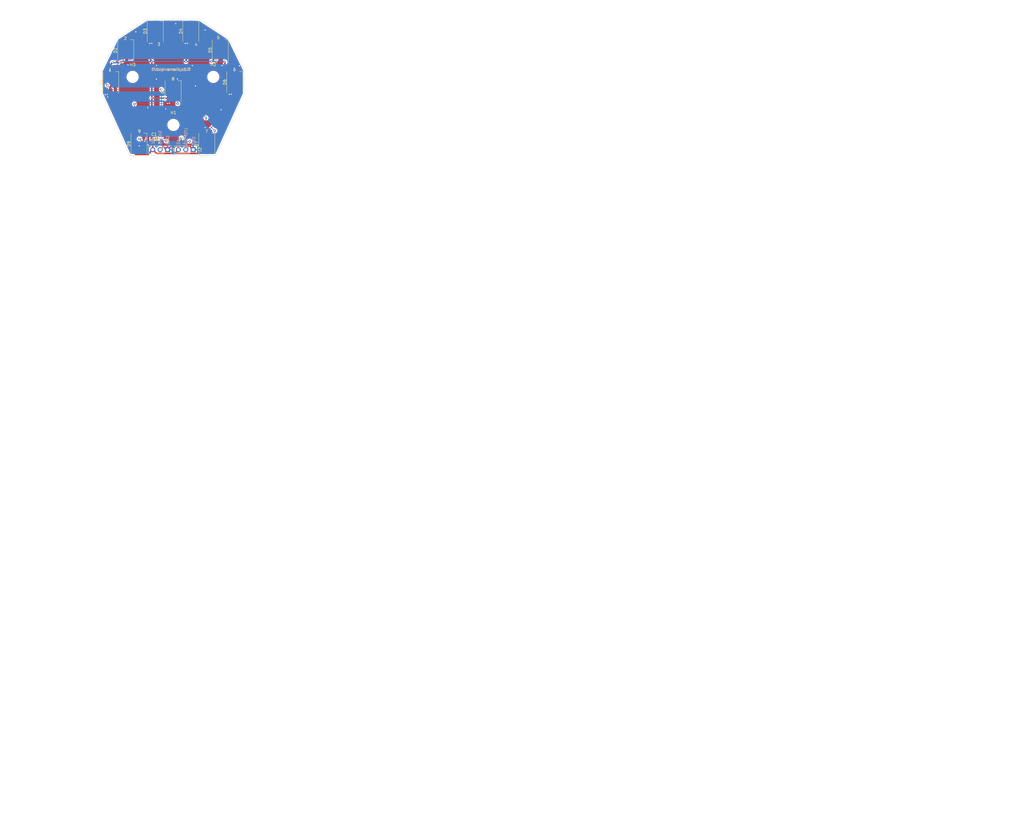
<source format=kicad_pcb>
(kicad_pcb (version 20211014) (generator pcbnew)
  (layers (0 "F.Cu" signal) (31 "B.Cu" signal) (34 "B.Paste" user) (35 "F.Paste" user) (36 "B.SilkS" user "B.Silkscreen") (37 "F.SilkS" user "F.Silkscreen") (38 "B.Mask" user) (39 "F.Mask" user) (44 "Edge.Cuts" user))
  (net 0 "")
  (net 1 "VCC")
  (net 2 "GND")
  (net 3 "Net-(D1-Pad2)")
  (net 4 "Net-(D1-Pad4)")
  (net 5 "Net-(D2-Pad2)")
  (net 6 "Net-(D3-Pad2)")
  (net 7 "Net-(D4-Pad2)")
  (net 8 "/SIG_IN")
  (net 9 "/SIG_OUT")
  (net 10 "Net-(D9-Pad2)")
  (net 11 "Net-(D5-Pad2)")
  (net 12 "Net-(D6-Pad2)")
  (net 13 "Net-(D7-Pad2)")
  (net 14 "Net-(D8-Pad2)")
  (footprint "LED_SMD:LED_WS2812B_PLCC4_5.0x5.0mm_P3.2mm" (layer "F.Cu") (at 31.6 45.9 90)
    (fp_text reference "D1" (at 0 -3.5 90) (layer "F.SilkS"))
    (fp_text value "WS2812B")
    (fp_text user "1" (at -4.15 -1.6 90) (layer "F.SilkS"))
    (fp_line (start -3.65 -2.75) (end 3.65 -2.75) (layer "F.SilkS") (width 0.12))
    (fp_line (start 3.65 2.75) (end 3.65 1.6) (layer "F.SilkS") (width 0.12))
    (fp_line (start -3.65 2.75) (end 3.65 2.75) (layer "F.SilkS") (width 0.12))
    (pad "1" smd rect (at -2.45 -1.6 90) (size 1.5 1) (layers "F.Cu" "F.Paste" "F.Mask") (net 1 "VCC"))
    (pad "2" smd rect (at -2.45 1.6 90) (size 1.5 1) (layers "F.Cu" "F.Paste" "F.Mask") (net 3 "Net-(D1-Pad2)"))
    (pad "3" smd rect (at 2.45 1.6 90) (size 1.5 1) (layers "F.Cu" "F.Paste" "F.Mask") (net 2 "GND"))
    (pad "4" smd rect (at 2.45 -1.6 90) (size 1.5 1) (layers "F.Cu" "F.Paste" "F.Mask") (net 4 "Net-(D1-Pad4)"))
  )
  (footprint "LED_SMD:LED_WS2812B_PLCC4_5.0x5.0mm_P3.2mm" (layer "F.Cu") (at 64.6 67 90)
    (fp_text reference "D7" (at 0 -3.5 90) (layer "F.SilkS"))
    (fp_text value "WS2812B")
    (fp_text user "1" (at -4.15 -1.6 90) (layer "F.SilkS"))
    (fp_line (start -3.65 2.75) (end 3.65 2.75) (layer "F.SilkS") (width 0.12))
    (fp_line (start -3.65 -2.75) (end 3.65 -2.75) (layer "F.SilkS") (width 0.12))
    (fp_line (start 3.65 2.75) (end 3.65 1.6) (layer "F.SilkS") (width 0.12))
    (pad "1" smd rect (at -2.45 -1.6 90) (size 1.5 1) (layers "F.Cu" "F.Paste" "F.Mask") (net 1 "VCC"))
    (pad "2" smd rect (at -2.45 1.6 90) (size 1.5 1) (layers "F.Cu" "F.Paste" "F.Mask") (net 13 "Net-(D7-Pad2)"))
    (pad "3" smd rect (at 2.45 1.6 90) (size 1.5 1) (layers "F.Cu" "F.Paste" "F.Mask") (net 2 "GND"))
    (pad "4" smd rect (at 2.45 -1.6 90) (size 1.5 1) (layers "F.Cu" "F.Paste" "F.Mask") (net 12 "Net-(D6-Pad2)"))
  )
  (footprint "LED_SMD:LED_WS2812B_PLCC4_5.0x5.0mm_P3.2mm" (layer "F.Cu") (at 41.3 67 90)
    (fp_text reference "D9" (at 0 -3.5 90) (layer "F.SilkS"))
    (fp_text value "WS2812B")
    (fp_text user "1" (at -4.15 -1.6 90) (layer "F.SilkS"))
    (fp_line (start -3.65 2.75) (end 3.65 2.75) (layer "F.SilkS") (width 0.12))
    (fp_line (start -3.65 -2.75) (end 3.65 -2.75) (layer "F.SilkS") (width 0.12))
    (fp_line (start 3.65 2.75) (end 3.65 1.6) (layer "F.SilkS") (width 0.12))
    (pad "1" smd rect (at -2.45 -1.6 90) (size 1.5 1) (layers "F.Cu" "F.Paste" "F.Mask") (net 1 "VCC"))
    (pad "2" smd rect (at -2.45 1.6 90) (size 1.5 1) (layers "F.Cu" "F.Paste" "F.Mask") (net 10 "Net-(D9-Pad2)"))
    (pad "3" smd rect (at 2.45 1.6 90) (size 1.5 1) (layers "F.Cu" "F.Paste" "F.Mask") (net 2 "GND"))
    (pad "4" smd rect (at 2.45 -1.6 90) (size 1.5 1) (layers "F.Cu" "F.Paste" "F.Mask") (net 14 "Net-(D8-Pad2)"))
  )
  (footprint "LED_SMD:LED_WS2812B_PLCC4_5.0x5.0mm_P3.2mm" (layer "F.Cu") (at 53 48.9 90)
    (fp_text reference "D8" (at 0 -3.5 90) (layer "F.SilkS"))
    (fp_text value "WS2812B")
    (fp_text user "1" (at -4.15 -1.6 90) (layer "F.SilkS"))
    (fp_line (start -3.65 -2.75) (end 3.65 -2.75) (layer "F.SilkS") (width 0.12))
    (fp_line (start 3.65 2.75) (end 3.65 1.6) (layer "F.SilkS") (width 0.12))
    (fp_line (start -3.65 2.75) (end 3.65 2.75) (layer "F.SilkS") (width 0.12))
    (pad "1" smd rect (at -2.45 -1.6 90) (size 1.5 1) (layers "F.Cu" "F.Paste" "F.Mask") (net 1 "VCC"))
    (pad "2" smd rect (at -2.45 1.6 90) (size 1.5 1) (layers "F.Cu" "F.Paste" "F.Mask") (net 14 "Net-(D8-Pad2)"))
    (pad "3" smd rect (at 2.45 1.6 90) (size 1.5 1) (layers "F.Cu" "F.Paste" "F.Mask") (net 2 "GND"))
    (pad "4" smd rect (at 2.45 -1.6 90) (size 1.5 1) (layers "F.Cu" "F.Paste" "F.Mask") (net 13 "Net-(D7-Pad2)"))
  )
  (footprint "LED_SMD:LED_WS2812B_PLCC4_5.0x5.0mm_P3.2mm" (layer "F.Cu") (at 74.2 45.8 90)
    (fp_text reference "D6" (at 0 -3.5 90) (layer "F.SilkS"))
    (fp_text value "WS2812B")
    (fp_text user "1" (at -4.15 -1.6 90) (layer "F.SilkS"))
    (fp_line (start -3.65 -2.75) (end 3.65 -2.75) (layer "F.SilkS") (width 0.12))
    (fp_line (start 3.65 2.75) (end 3.65 1.6) (layer "F.SilkS") (width 0.12))
    (fp_line (start -3.65 2.75) (end 3.65 2.75) (layer "F.SilkS") (width 0.12))
    (pad "1" smd rect (at -2.45 -1.6 90) (size 1.5 1) (layers "F.Cu" "F.Paste" "F.Mask") (net 1 "VCC"))
    (pad "2" smd rect (at -2.45 1.6 90) (size 1.5 1) (layers "F.Cu" "F.Paste" "F.Mask") (net 12 "Net-(D6-Pad2)"))
    (pad "3" smd rect (at 2.45 1.6 90) (size 1.5 1) (layers "F.Cu" "F.Paste" "F.Mask") (net 2 "GND"))
    (pad "4" smd rect (at 2.45 -1.6 90) (size 1.5 1) (layers "F.Cu" "F.Paste" "F.Mask") (net 11 "Net-(D5-Pad2)"))
  )
  (footprint "Resistor_SMD:R_0603_1608Metric" (layer "F.Cu") (at 56.575 66.2)
    (fp_text reference "R2" (at 0 -1.43) (layer "F.SilkS"))
    (fp_text value "33")
    (fp_line (start -0.237258 -0.5225) (end 0.237258 -0.5225) (layer "F.SilkS") (width 0.12))
    (fp_line (start -0.237258 0.5225) (end 0.237258 0.5225) (layer "F.SilkS") (width 0.12))
    (pad "1" smd roundrect (at -0.825 0) (size 0.8 0.95) (layers "F.Cu" "F.Paste" "F.Mask") (net 10 "Net-(D9-Pad2)"))
    (pad "2" smd roundrect (at 0.825 0) (size 0.8 0.95) (layers "F.Cu" "F.Paste" "F.Mask") (net 9 "/SIG_OUT"))
  )
  (footprint "LED_SMD:LED_WS2812B_PLCC4_5.0x5.0mm_P3.2mm" (layer "F.Cu") (at 36.7 34.9 90)
    (fp_text reference "D2" (at 0 -3.5 90) (layer "F.SilkS"))
    (fp_text value "WS2812B")
    (fp_text user "1" (at -4.15 -1.6 90) (layer "F.SilkS"))
    (fp_line (start 3.65 2.75) (end 3.65 1.6) (layer "F.SilkS") (width 0.12))
    (fp_line (start -3.65 2.75) (end 3.65 2.75) (layer "F.SilkS") (width 0.12))
    (fp_line (start -3.65 -2.75) (end 3.65 -2.75) (layer "F.SilkS") (width 0.12))
    (pad "1" smd rect (at -2.45 -1.6 90) (size 1.5 1) (layers "F.Cu" "F.Paste" "F.Mask") (net 1 "VCC"))
    (pad "2" smd rect (at -2.45 1.6 90) (size 1.5 1) (layers "F.Cu" "F.Paste" "F.Mask") (net 5 "Net-(D2-Pad2)"))
    (pad "3" smd rect (at 2.45 1.6 90) (size 1.5 1) (layers "F.Cu" "F.Paste" "F.Mask") (net 2 "GND"))
    (pad "4" smd rect (at 2.45 -1.6 90) (size 1.5 1) (layers "F.Cu" "F.Paste" "F.Mask") (net 3 "Net-(D1-Pad2)"))
  )
  (footprint "Connector_PinHeader_2.54mm:PinHeader_1x03_P2.54mm_Vertical" (layer "F.Cu") (at 59.9 69 -90)
    (fp_text reference "J2" (at 0 -2.33 90) (layer "F.SilkS"))
    (fp_text value "Conn_01x03")
    (fp_line (start -1.33 1.27) (end 1.33 1.27) (layer "F.SilkS") (width 0.12))
    (fp_line (start -1.33 1.27) (end -1.33 6.41) (layer "F.SilkS") (width 0.12))
    (fp_line (start -1.33 0) (end -1.33 -1.33) (layer "F.SilkS") (width 0.12))
    (fp_line (start -1.33 -1.33) (end 0 -1.33) (layer "F.SilkS") (width 0.12))
    (fp_line (start -1.33 6.41) (end 1.33 6.41) (layer "F.SilkS") (width 0.12))
    (fp_line (start 1.33 1.27) (end 1.33 6.41) (layer "F.SilkS") (width 0.12))
    (pad "1" thru_hole rect (at 0 0 270) (size 1.7 1.7) (drill 1) (layers *.Cu *.Mask) (net 2 "GND"))
    (pad "2" thru_hole oval (at 0 2.54 270) (size 1.7 1.7) (drill 1) (layers *.Cu *.Mask) (net 9 "/SIG_OUT"))
    (pad "3" thru_hole oval (at 0 5.08 270) (size 1.7 1.7) (drill 1) (layers *.Cu *.Mask) (net 1 "VCC"))
  )
  (footprint "Capacitor_SMD:C_0603_1608Metric" (layer "F.Cu") (at 46.485 65.2)
    (fp_text reference "C1" (at 0 -1.43) (layer "F.SilkS"))
    (fp_text value "10uF")
    (fp_line (start -0.14058 0.51) (end 0.14058 0.51) (layer "F.SilkS") (width 0.12))
    (fp_line (start -0.14058 -0.51) (end 0.14058 -0.51) (layer "F.SilkS") (width 0.12))
    (pad "1" smd roundrect (at -0.775 0) (size 0.9 0.95) (layers "F.Cu" "F.Paste" "F.Mask") (net 1 "VCC"))
    (pad "2" smd roundrect (at 0.775 0) (size 0.9 0.95) (layers "F.Cu" "F.Paste" "F.Mask") (net 2 "GND"))
  )
  (footprint "Resistor_SMD:R_0603_1608Metric" (layer "F.Cu") (at 48.985 65.1 90)
    (fp_text reference "R1" (at 0 -1.43 90) (layer "F.SilkS"))
    (fp_text value "33")
    (fp_line (start -0.237258 -0.5225) (end 0.237258 -0.5225) (layer "F.SilkS") (width 0.12))
    (fp_line (start -0.237258 0.5225) (end 0.237258 0.5225) (layer "F.SilkS") (width 0.12))
    (pad "1" smd roundrect (at -0.825 0 90) (size 0.8 0.95) (layers "F.Cu" "F.Paste" "F.Mask") (net 8 "/SIG_IN"))
    (pad "2" smd roundrect (at 0.825 0 90) (size 0.8 0.95) (layers "F.Cu" "F.Paste" "F.Mask") (net 4 "Net-(D1-Pad4)"))
  )
  (footprint "MountingHole:MountingHole_3.2mm_M3" (layer "F.Cu") (at 53.1 60.5)
    (fp_text reference "H1" (at 0 -4.2) (layer "F.SilkS"))
    (fp_text value "MountingHole")
    (pad "" np_thru_hole circle (at 0 0) (size 3.2 3.2) (drill 3.2) (layers *.Cu *.Mask))
  )
  (footprint "MountingHole:MountingHole_3.2mm_M3" (layer "F.Cu") (at 39.1 44)
    (fp_text reference "H3" (at 0 -4.2) (layer "F.SilkS"))
    (fp_text value "MountingHole")
    (pad "" np_thru_hole circle (at 0 0) (size 3.2 3.2) (drill 3.2) (layers *.Cu *.Mask))
  )
  (footprint "LED_SMD:LED_WS2812B_PLCC4_5.0x5.0mm_P3.2mm" (layer "F.Cu") (at 46.9 28.3 90)
    (fp_text reference "D3" (at 0 -3.5 90) (layer "F.SilkS"))
    (fp_text value "WS2812B")
    (fp_text user "1" (at -4.15 -1.6 90) (layer "F.SilkS"))
    (fp_line (start 3.65 2.75) (end 3.65 1.6) (layer "F.SilkS") (width 0.12))
    (fp_line (start -3.65 -2.75) (end 3.65 -2.75) (layer "F.SilkS") (width 0.12))
    (fp_line (start -3.65 2.75) (end 3.65 2.75) (layer "F.SilkS") (width 0.12))
    (pad "1" smd rect (at -2.45 -1.6 90) (size 1.5 1) (layers "F.Cu" "F.Paste" "F.Mask") (net 1 "VCC"))
    (pad "2" smd rect (at -2.45 1.6 90) (size 1.5 1) (layers "F.Cu" "F.Paste" "F.Mask") (net 6 "Net-(D3-Pad2)"))
    (pad "3" smd rect (at 2.45 1.6 90) (size 1.5 1) (layers "F.Cu" "F.Paste" "F.Mask") (net 2 "GND"))
    (pad "4" smd rect (at 2.45 -1.6 90) (size 1.5 1) (layers "F.Cu" "F.Paste" "F.Mask") (net 5 "Net-(D2-Pad2)"))
  )
  (footprint "Capacitor_SMD:C_0402_1005Metric" (layer "F.Cu") (at 46.585 66.6)
    (fp_text reference "C2" (at 0 -1.16) (layer "F.SilkS"))
    (fp_text value "100nF")
    (fp_line (start -0.107836 0.36) (end 0.107836 0.36) (layer "F.SilkS") (width 0.12))
    (fp_line (start -0.107836 -0.36) (end 0.107836 -0.36) (layer "F.SilkS") (width 0.12))
    (pad "1" smd roundrect (at -0.48 0) (size 0.56 0.62) (layers "F.Cu" "F.Paste" "F.Mask") (net 1 "VCC"))
    (pad "2" smd roundrect (at 0.48 0) (size 0.56 0.62) (layers "F.Cu" "F.Paste" "F.Mask") (net 2 "GND"))
  )
  (footprint "LED_SMD:LED_WS2812B_PLCC4_5.0x5.0mm_P3.2mm" (layer "F.Cu") (at 59.1 28.3 90)
    (fp_text reference "D4" (at 0 -3.5 90) (layer "F.SilkS"))
    (fp_text value "WS2812B")
    (fp_text user "1" (at -4.15 -1.6 90) (layer "F.SilkS"))
    (fp_line (start -3.65 2.75) (end 3.65 2.75) (layer "F.SilkS") (width 0.12))
    (fp_line (start -3.65 -2.75) (end 3.65 -2.75) (layer "F.SilkS") (width 0.12))
    (fp_line (start 3.65 2.75) (end 3.65 1.6) (layer "F.SilkS") (width 0.12))
    (pad "1" smd rect (at -2.45 -1.6 90) (size 1.5 1) (layers "F.Cu" "F.Paste" "F.Mask") (net 1 "VCC"))
    (pad "2" smd rect (at -2.45 1.6 90) (size 1.5 1) (layers "F.Cu" "F.Paste" "F.Mask") (net 7 "Net-(D4-Pad2)"))
    (pad "3" smd rect (at 2.45 1.6 90) (size 1.5 1) (layers "F.Cu" "F.Paste" "F.Mask") (net 2 "GND"))
    (pad "4" smd rect (at 2.45 -1.6 90) (size 1.5 1) (layers "F.Cu" "F.Paste" "F.Mask") (net 6 "Net-(D3-Pad2)"))
  )
  (footprint "Connector_PinHeader_2.54mm:PinHeader_1x03_P2.54mm_Vertical" (layer "F.Cu") (at 51.1 69 -90)
    (fp_text reference "J1" (at 0 -2.33 -270) (layer "F.SilkS"))
    (fp_text value "Conn_01x03")
    (fp_line (start -1.33 1.27) (end -1.33 6.41) (layer "F.SilkS") (width 0.12))
    (fp_line (start -1.33 0) (end -1.33 -1.33) (layer "F.SilkS") (width 0.12))
    (fp_line (start 1.33 1.27) (end 1.33 6.41) (layer "F.SilkS") (width 0.12))
    (fp_line (start -1.33 6.41) (end 1.33 6.41) (layer "F.SilkS") (width 0.12))
    (fp_line (start -1.33 1.27) (end 1.33 1.27) (layer "F.SilkS") (width 0.12))
    (fp_line (start -1.33 -1.33) (end 0 -1.33) (layer "F.SilkS") (width 0.12))
    (pad "1" thru_hole rect (at 0 0 270) (size 1.7 1.7) (drill 1) (layers *.Cu *.Mask) (net 2 "GND"))
    (pad "2" thru_hole oval (at 0 2.54 270) (size 1.7 1.7) (drill 1) (layers *.Cu *.Mask) (net 8 "/SIG_IN"))
    (pad "3" thru_hole oval (at 0 5.08 270) (size 1.7 1.7) (drill 1) (layers *.Cu *.Mask) (net 1 "VCC"))
  )
  (footprint "LED_SMD:LED_WS2812B_PLCC4_5.0x5.0mm_P3.2mm" (layer "F.Cu") (at 69.2 34.8 90)
    (fp_text reference "D5" (at 0 -3.5 90) (layer "F.SilkS"))
    (fp_text value "WS2812B")
    (fp_text user "1" (at -4.15 -1.6 90) (layer "F.SilkS"))
    (fp_line (start -3.65 2.75) (end 3.65 2.75) (layer "F.SilkS") (width 0.12))
    (fp_line (start -3.65 -2.75) (end 3.65 -2.75) (layer "F.SilkS") (width 0.12))
    (fp_line (start 3.65 2.75) (end 3.65 1.6) (layer "F.SilkS") (width 0.12))
    (pad "1" smd rect (at -2.45 -1.6 90) (size 1.5 1) (layers "F.Cu" "F.Paste" "F.Mask") (net 1 "VCC"))
    (pad "2" smd rect (at -2.45 1.6 90) (size 1.5 1) (layers "F.Cu" "F.Paste" "F.Mask") (net 11 "Net-(D5-Pad2)"))
    (pad "3" smd rect (at 2.45 1.6 90) (size 1.5 1) (layers "F.Cu" "F.Paste" "F.Mask") (net 2 "GND"))
    (pad "4" smd rect (at 2.45 -1.6 90) (size 1.5 1) (layers "F.Cu" "F.Paste" "F.Mask") (net 7 "Net-(D4-Pad2)"))
  )
  (footprint "MountingHole:MountingHole_3.2mm_M3" (layer "F.Cu") (at 66.8 44)
    (fp_text reference "H2" (at 0 -4.2) (layer "F.SilkS"))
    (fp_text value "MountingHole")
    (pad "" np_thru_hole circle (at 0 0) (size 3.2 3.2) (drill 3.2) (layers *.Cu *.Mask))
  )
  (gr_line (start 38.1 71) (end 28.4 49.6) (layer "Edge.Cuts") (width 0.1))
  (gr_line (start 77.55 49.6) (end 67.85 71) (layer "Edge.Cuts") (width 0.1))
  (gr_line (start 61.95 24.2) (end 72.25 30.9) (layer "Edge.Cuts") (width 0.1))
  (gr_line (start 72.25 30.9) (end 77.55 41.8) (layer "Edge.Cuts") (width 0.1))
  (gr_line (start 44 24.2) (end 61.95 24.2) (layer "Edge.Cuts") (width 0.1))
  (gr_line (start 28.4 49.6) (end 28.4 41.8) (layer "Edge.Cuts") (width 0.1))
  (gr_line (start 33.7 30.9) (end 44 24.2) (layer "Edge.Cuts") (width 0.1))
  (gr_line (start 77.55 41.8) (end 77.55 49.6) (layer "Edge.Cuts") (width 0.1))
  (gr_line (start 28.4 41.8) (end 33.7 30.9) (layer "Edge.Cuts") (width 0.1))
  (gr_line (start 67.85 71) (end 38.1 71) (layer "Edge.Cuts") (width 0.1))
  (gr_text "SIG_OUT" (at 57.3 64.4 270) (layer "B.SilkS") (effects (font (size 1 1)) (justify mirror)))
  (gr_text "SIG_IN" (at 48.585 64.8 90) (layer "B.SilkS") (effects (font (size 1 1)) (justify mirror)))
  (gr_text "GND" (at 51.185 65.7 90) (layer "B.SilkS") (effects (font (size 1 1)) (justify mirror)))
  (gr_text "circle-small_v1.0" (at 52.3 41.4) (layer "B.SilkS") (effects (font (size 1 1)) (justify mirror)))
  (gr_text "5V" (at 46.085 66.1 90) (layer "B.SilkS") (effects (font (size 1 1)) (justify mirror)))
  (gr_text "5V" (at 54.775 66.4 270) (layer "B.SilkS") (effects (font (size 1 1)) (justify mirror)))
  (gr_text "GND" (at 59.975 66 270) (layer "B.SilkS") (effects (font (size 1 1)) (justify mirror)))
  (gr_text "2" (at 36.6 30.8) (layer "F.SilkS") (effects (font (size 1 1))))
  (gr_text "7" (at 64.5 62.7) (layer "F.SilkS") (effects (font (size 1 1))))
  (gr_text "4" (at 60.9 32.9) (layer "F.SilkS") (effects (font (size 1 1))))
  (gr_text "5" (at 68.5 30.5) (layer "F.SilkS") (effects (font (size 1 1))))
  (gr_text "8" (at 53 44.7) (layer "F.SilkS") (effects (font (size 1 1))))
  (gr_text "circle-small_v1.0" (at 52.3 41.4) (layer "F.SilkS") (effects (font (size 1 1))))
  (gr_text "6" (at 74.1 41.5) (layer "F.SilkS") (effects (font (size 1 1))))
  (gr_text "9" (at 41.4 62.7) (layer "F.SilkS") (effects (font (size 1 1))))
  (gr_text "1" (at 31.4 41.6) (layer "F.SilkS") (effects (font (size 1 1))))
  (gr_text "3" (at 48.1 32.8) (layer "F.SilkS") (effects (font (size 1 1))))
  (segment (start 29 42.300978) (end 29 47.35) (width 0.5) (layer "F.Cu") (net 1))
  (segment (start 40.149511 70.649511) (end 39.7 70.2) (width 0.5) (layer "F.Cu") (net 1))
  (segment (start 62.150489 70.299511) (end 63 69.45) (width 0.5) (layer "F.Cu") (net 1))
  (segment (start 39.7 70.2) (end 39.7 69.45) (width 0.5) (layer "F.Cu") (net 1))
  (segment (start 33.35 39.1) (end 35.1 37.35) (width 0.5) (layer "F.Cu") (net 1))
  (segment (start 32.200978 39.1) (end 33.35 39.1) (width 0.5) (layer "F.Cu") (net 1))
  (segment (start 45.3 30.75) (end 45.3 38.3) (width 0.5) (layer "F.Cu") (net 1))
  (segment (start 70.8 46.45) (end 72.6 48.25) (width 0.5) (layer "F.Cu") (net 1))
  (segment (start 45.3 38.3) (end 45.7 38.7) (width 0.5) (layer "F.Cu") (net 1))
  (segment (start 50.15 51.35) (end 50.1 51.3) (width 0.5) (layer "F.Cu") (net 1))
  (segment (start 46.02 69) (end 46.02 65.51) (width 0.5) (layer "F.Cu") (net 1))
  (segment (start 29 47.35) (end 30 48.35) (width 0.5) (layer "F.Cu") (net 1))
  (segment (start 57.5 38.6) (end 57.4 38.7) (width 0.5) (layer "F.Cu") (net 1))
  (segment (start 51.4 51.35) (end 50.15 51.35) (width 0.5) (layer "F.Cu") (net 1))
  (segment (start 67.6 37.25) (end 67.6 37.3) (width 0.5) (layer "F.Cu") (net 1))
  (segment (start 53.399511 70.299511) (end 53.520489 70.299511) (width 0.5) (layer "F.Cu") (net 1))
  (segment (start 67.6 37.3) (end 66.2 38.7) (width 0.5) (layer "F.Cu") (net 1))
  (segment (start 45.71 38.71) (end 45.7 38.7) (width 0.5) (layer "F.Cu") (net 1))
  (segment (start 53.520489 70.299511) (end 54.82 69) (width 0.5) (layer "F.Cu") (net 1))
  (segment (start 46.02 65.51) (end 45.71 65.2) (width 0.5) (layer "F.Cu") (net 1))
  (segment (start 46.02 69) (end 47.319511 70.299511) (width 0.5) (layer "F.Cu") (net 1))
  (segment (start 45.71 65.2) (end 45.71 38.71) (width 0.5) (layer "F.Cu") (net 1))
  (segment (start 32.200978 39.1) (end 29 42.300978) (width 0.5) (layer "F.Cu") (net 1))
  (segment (start 44.370489 70.649511) (end 40.149511 70.649511) (width 0.5) (layer "F.Cu") (net 1))
  (segment (start 47.319511 70.299511) (end 53.399511 70.299511) (width 0.5) (layer "F.Cu") (net 1))
  (segment (start 53.399511 70.299511) (end 62.150489 70.299511) (width 0.5) (layer "F.Cu") (net 1))
  (segment (start 57.5 30.75) (end 57.5 38.6) (width 0.5) (layer "F.Cu") (net 1))
  (segment (start 46.02 69) (end 44.370489 70.649511) (width 0.5) (layer "F.Cu") (net 1))
  (segment (start 70.8 38.9) (end 70.8 46.45) (width 0.5) (layer "F.Cu") (net 1))
  (via (at 66.2 38.7) (size 0.8) (drill 0.4) (layers "F.Cu" "B.Cu") (net 1))
  (via (at 45.71 51.29) (size 0.8) (drill 0.4) (layers "F.Cu" "B.Cu") (net 1))
  (via (at 45.7 38.7) (size 0.8) (drill 0.4) (layers "F.Cu" "B.Cu") (net 1))
  (via (at 50.1 51.3) (size 0.8) (drill 0.4) (layers "F.Cu" "B.Cu") (net 1))
  (via (at 57.4 38.7) (size 0.8) (drill 0.4) (layers "F.Cu" "B.Cu") (net 1))
  (via (at 32.200978 39.1) (size 0.8) (drill 0.4) (layers "F.Cu" "B.Cu") (net 1))
  (via (at 70.8 38.9) (size 0.8) (drill 0.4) (layers "F.Cu" "B.Cu") (net 1))
  (segment (start 66.2 38.7) (end 70.6 38.7) (width 0.5) (layer "B.Cu") (net 1))
  (segment (start 45.72 51.3) (end 45.71 51.29) (width 0.5) (layer "B.Cu") (net 1))
  (segment (start 45.7 38.7) (end 57.4 38.7) (width 0.5) (layer "B.Cu") (net 1))
  (segment (start 35.4 38.7) (end 35 39.1) (width 0.5) (layer "B.Cu") (net 1))
  (segment (start 35 39.1) (end 32.200978 39.1) (width 0.5) (layer "B.Cu") (net 1))
  (segment (start 50.1 51.3) (end 45.72 51.3) (width 0.5) (layer "B.Cu") (net 1))
  (segment (start 45.7 38.7) (end 35.4 38.7) (width 0.5) (layer "B.Cu") (net 1))
  (segment (start 70.6 38.7) (end 70.8 38.9) (width 0.5) (layer "B.Cu") (net 1))
  (segment (start 57.4 38.7) (end 66.2 38.7) (width 0.5) (layer "B.Cu") (net 1))
  (segment (start 38.3 32.45) (end 37.350489 33.399511) (width 0.5) (layer "F.Cu") (net 2))
  (segment (start 69.850489 33.299511) (end 69.850489 40.050489) (width 0.5) (layer "F.Cu") (net 2))
  (segment (start 50.666441 69) (end 47.26 65.593559) (width 0.5) (layer "F.Cu") (net 2))
  (segment (start 47.550489 39.849511) (end 47.3 40.1) (width 0.5) (layer "F.Cu") (net 2))
  (segment (start 42.9 65.8) (end 43.2 66.1) (width 0.5) (layer "F.Cu") (net 2))
  (segment (start 54.6 46.45) (end 54.6 44.8) (width 0.5) (layer "F.Cu") (net 2))
  (segment (start 36.75 39.9) (end 33.2 43.45) (width 0.5) (layer "F.Cu") (net 2))
  (segment (start 70.8 32.35) (end 69.850489 33.299511) (width 0.5) (layer "F.Cu") (net 2))
  (segment (start 37.350489 33.399511) (end 37.350489 39.750489) (width 0.5) (layer "F.Cu") (net 2))
  (segment (start 69.850489 40.050489) (end 69.800978 40.1) (width 0.5) (layer "F.Cu") (net 2))
  (segment (start 61.25 69) (end 65.7 64.55) (width 0.5) (layer "F.Cu") (net 2))
  (segment (start 60.7 25.85) (end 59.6 26.95) (width 0.5) (layer "F.Cu") (net 2))
  (segment (start 65.7 64.55) (end 66.2 64.55) (width 0.5) (layer "F.Cu") (net 2))
  (segment (start 47.26 66.405) (end 47.065 66.6) (width 0.5) (layer "F.Cu") (net 2))
  (segment (start 47.26 65.593559) (end 47.26 65.2) (width 0.5) (layer "F.Cu") (net 2))
  (segment (start 59.9 69) (end 61.25 69) (width 0.5) (layer "F.Cu") (net 2))
  (segment (start 47.26 65.2) (end 47.26 66.405) (width 0.5) (layer "F.Cu") (net 2))
  (segment (start 47.550489 26.799511) (end 47.550489 39.849511) (width 0.5) (layer "F.Cu") (net 2))
  (segment (start 47.26 40.14) (end 47.3 40.1) (width 0.5) (layer "F.Cu") (net 2))
  (segment (start 42.9 64.55) (end 42.9 65.8) (width 0.5) (layer "F.Cu") (net 2))
  (segment (start 52.399511 67.700489) (end 58.600489 67.700489) (width 0.5) (layer "F.Cu") (net 2))
  (segment (start 48.5 25.85) (end 47.550489 26.799511) (width 0.5) (layer "F.Cu") (net 2))
  (segment (start 75.8 40.2) (end 75.8 43.35) (width 0.5) (layer "F.Cu") (net 2))
  (segment (start 51.1 69) (end 52.399511 67.700489) (width 0.5) (layer "F.Cu") (net 2))
  (segment (start 51.1 69) (end 50.666441 69) (width 0.5) (layer "F.Cu") (net 2))
  (segment (start 37.5 39.9) (end 36.75 39.9) (width 0.5) (layer "F.Cu") (net 2))
  (segment (start 58.600489 67.700489) (end 59.9 69) (width 0.5) (layer "F.Cu") (net 2))
  (segment (start 47.26 65.2) (end 47.26 40.14) (width 0.5) (layer "F.Cu") (net 2))
  (segment (start 59.6 26.95) (end 59.6 40.1) (width 0.5) (layer "F.Cu") (net 2))
  (segment (start 69.800978 40.1) (end 69.8 40.1) (width 0.5) (layer "F.Cu") (net 2))
  (segment (start 54.6 44.8) (end 54.5 44.7) (width 0.5) (layer "F.Cu") (net 2))
  (segment (start 37.350489 39.750489) (end 37.5 39.9) (width 0.5) (layer "F.Cu") (net 2))
  (via (at 47.26 44.76) (size 0.8) (drill 0.4) (layers "F.Cu" "B.Cu") (net 2))
  (via (at 69.5 55.3) (size 0.8) (drill 0.4) (layers "F.Cu" "B.Cu") (net 2))
  (via (at 40.2 28.5) (size 0.8) (drill 0.4) (layers "F.Cu" "B.Cu") (net 2))
  (via (at 59.6 40.1) (size 0.8) (drill 0.4) (layers "F.Cu" "B.Cu") (net 2))
  (via (at 37.5 39.9) (size 0.8) (drill 0.4) (layers "F.Cu" "B.Cu") (net 2))
  (via (at 30.5 50.9) (size 0.8) (drill 0.4) (layers "F.Cu" "B.Cu") (net 2))
  (via (at 53.9 25.7) (size 0.8) (drill 0.4) (layers "F.Cu" "B.Cu") (net 2))
  (via (at 75.8 40.2) (size 0.8) (drill 0.4) (layers "F.Cu" "B.Cu") (net 2))
  (via (at 43.2 66.1) (size 0.8) (drill 0.4) (layers "F.Cu" "B.Cu") (net 2))
  (via (at 50.5 55) (size 0.8) (drill 0.4) (layers "F.Cu" "B.Cu") (net 2))
  (via (at 69.8 40.1) (size 0.8) (drill 0.4) (layers "F.Cu" "B.Cu") (net 2))
  (via (at 54.5 44.7) (size 0.8) (drill 0.4) (layers "F.Cu" "B.Cu") (net 2))
  (via (at 47.3 40.1) (size 0.8) (drill 0.4) (layers "F.Cu" "B.Cu") (net 2))
  (via (at 64 27.9) (size 0.8) (drill 0.4) (layers "F.Cu" "B.Cu") (net 2))
  (via (at 48.123553 66.668397) (size 0.8) (drill 0.4) (layers "F.Cu" "B.Cu") (net 2))
  (via (at 44.3 54.6) (size 0.8) (drill 0.4) (layers "F.Cu" "B.Cu") (net 2))
  (via (at 31.2 41.8) (size 0.8) (drill 0.4) (layers "F.Cu" "B.Cu") (net 2))
  (via (at 64 61.4) (size 0.8) (drill 0.4) (layers "F.Cu" "B.Cu") (net 2))
  (via (at 44.4 67.4) (size 0.8) (drill 0.4) (layers "F.Cu" "B.Cu") (net 2))
  (via (at 41.4 67.7) (size 0.8) (drill 0.4) (layers "F.Cu" "B.Cu") (net 2))
  (via (at 60.7 47.1) (size 0.8) (drill 0.4) (layers "F.Cu" "B.Cu") (net 2))
  (segment (start 47.555156 66.1) (end 48.123553 66.668397) (width 0.5) (layer "B.Cu") (net 2))
  (segment (start 54.5 44.7) (end 47.32 44.7) (width 0.5) (layer "B.Cu") (net 2))
  (segment (start 75.7 40.1) (end 75.8 40.2) (width 0.5) (layer "B.Cu") (net 2))
  (segment (start 46.998623 39.798623) (end 47.3 40.1) (width 0.5) (layer "B.Cu") (net 2))
  (segment (start 47.3 40.1) (end 59.6 40.1) (width 0.5) (layer "B.Cu") (net 2))
  (segment (start 43.2 66.1) (end 47.555156 66.1) (width 0.5) (layer "B.Cu") (net 2))
  (segment (start 37.5 39.9) (end 37.601377 39.798623) (width 0.5) (layer "B.Cu") (net 2))
  (segment (start 69.8 40.1) (end 75.7 40.1) (width 0.5) (layer "B.Cu") (net 2))
  (segment (start 47.32 44.7) (end 47.26 44.76) (width 0.5) (layer "B.Cu") (net 2))
  (segment (start 37.601377 39.798623) (end 46.998623 39.798623) (width 0.5) (layer "B.Cu") (net 2))
  (segment (start 59.6 40.1) (end 69.8 40.1) (width 0.5) (layer "B.Cu") (net 2))
  (segment (start 35.899511 38.399511) (end 35.899511 33.249511) (width 0.2) (layer "F.Cu") (net 3))
  (segment (start 33.2 48.35) (end 32.400489 47.550489) (width 0.2) (layer "F.Cu") (net 3))
  (segment (start 32.400489 47.550489) (end 32.400489 41.200489) (width 0.2) (layer "F.Cu") (net 3))
  (segment (start 34.900978 38.7) (end 35.599022 38.7) (width 0.2) (layer "F.Cu") (net 3))
  (segment (start 35.899511 33.249511) (end 35.1 32.45) (width 0.2) (layer "F.Cu") (net 3))
  (segment (start 35.599022 38.7) (end 35.899511 38.399511) (width 0.2) (layer "F.Cu") (net 3))
  (segment (start 32.400489 41.200489) (end 34.900978 38.7) (width 0.2) (layer "F.Cu") (net 3))
  (segment (start 48.985 48.315) (end 49 48.3) (width 0.2) (layer "F.Cu") (net 4))
  (segment (start 30.4 46.9) (end 30 46.5) (width 0.2) (layer "F.Cu") (net 4))
  (segment (start 48.985 64.275) (end 48.985 48.315) (width 0.2) (layer "F.Cu") (net 4))
  (segment (start 30 46.5) (end 30 43.45) (width 0.2) (layer "F.Cu") (net 4))
  (via (at 30.4 46.9) (size 0.8) (drill 0.4) (layers "F.Cu" "B.Cu") (net 4))
  (via (at 49 48.3) (size 0.8) (drill 0.4) (layers "F.Cu" "B.Cu") (net 4))
  (segment (start 49 48.3) (end 31.8 48.3) (width 0.2) (layer "B.Cu") (net 4))
  (segment (start 31.8 48.3) (end 30.4 46.9) (width 0.2) (layer "B.Cu") (net 4))
  (segment (start 38.3 37.35) (end 39.099511 36.550489) (width 0.2) (layer "F.Cu") (net 5))
  (segment (start 39.099511 32.050489) (end 45.3 25.85) (width 0.2) (layer "F.Cu") (net 5))
  (segment (start 39.099511 36.550489) (end 39.099511 32.050489) (width 0.2) (layer "F.Cu") (net 5))
  (segment (start 52.6 30.75) (end 57.5 25.85) (width 0.2) (layer "F.Cu") (net 6))
  (segment (start 48.5 30.75) (end 52.6 30.75) (width 0.2) (layer "F.Cu") (net 6))
  (segment (start 66 30.75) (end 67.6 32.35) (width 0.2) (layer "F.Cu") (net 7))
  (segment (start 60.7 30.75) (end 66 30.75) (width 0.2) (layer "F.Cu") (net 7))
  (segment (start 48.985 65.925) (end 50.55077 65.925) (width 0.2) (layer "F.Cu") (net 8))
  (segment (start 50.55077 65.925) (end 50.62527 65.9995) (width 0.2) (layer "F.Cu") (net 8))
  (via (at 50.62527 65.9995) (size 0.8) (drill 0.4) (layers "F.Cu" "B.Cu") (net 8))
  (segment (start 50.62527 66.93473) (end 50.62527 65.9995) (width 0.2) (layer "B.Cu") (net 8))
  (segment (start 48.56 69) (end 50.62527 66.93473) (width 0.2) (layer "B.Cu") (net 8))
  (segment (start 57.4 66.2) (end 58.6 66.2) (width 0.2) (layer "F.Cu") (net 9))
  (segment (start 58.6 66.2) (end 58.7 66.1) (width 0.2) (layer "F.Cu") (net 9))
  (via (at 58.7 66.1) (size 0.8) (drill 0.4) (layers "F.Cu" "B.Cu") (net 9))
  (segment (start 58.7 67.66) (end 57.36 69) (width 0.2) (layer "B.Cu") (net 9))
  (segment (start 58.7 66.1) (end 58.7 67.66) (width 0.2) (layer "B.Cu") (net 9))
  (segment (start 55.8 66.15) (end 55.75 66.2) (width 0.2) (layer "F.Cu") (net 10))
  (segment (start 55.8 65) (end 55.8 66.15) (width 0.2) (layer "F.Cu") (net 10))
  (segment (start 42.9 66.8) (end 41.4 65.3) (width 0.2) (layer "F.Cu") (net 10))
  (segment (start 42.9 69.45) (end 42.9 66.8) (width 0.2) (layer "F.Cu") (net 10))
  (via (at 41.4 65.3) (size 0.8) (drill 0.4) (layers "F.Cu" "B.Cu") (net 10))
  (via (at 55.8 65) (size 0.8) (drill 0.4) (layers "F.Cu" "B.Cu") (net 10))
  (segment (start 55.5 65.3) (end 55.8 65) (width 0.2) (layer "B.Cu") (net 10))
  (segment (start 41.4 65.3) (end 55.5 65.3) (width 0.2) (layer "B.Cu") (net 10))
  (segment (start 70.8 37.25) (end 72.6 39.05) (width 0.2) (layer "F.Cu") (net 11))
  (segment (start 72.6 39.05) (end 72.6 43.35) (width 0.2) (layer "F.Cu") (net 11))
  (segment (start 75.8 48.25) (end 75.8 51.75) (width 0.2) (layer "F.Cu") (net 12))
  (segment (start 75.8 51.75) (end 63 64.55) (width 0.2) (layer "F.Cu") (net 12))
  (segment (start 66.2 69.45) (end 67.3 68.35) (width 0.2) (layer "F.Cu") (net 13))
  (segment (start 67.3 68.35) (end 67.3 62.5) (width 0.2) (layer "F.Cu") (net 13))
  (segment (start 52.65 46.45) (end 51.4 46.45) (width 0.2) (layer "F.Cu") (net 13))
  (segment (start 64.3 58.1) (end 52.65 46.45) (width 0.2) (layer "F.Cu") (net 13))
  (via (at 67.3 62.5) (size 0.8) (drill 0.4) (layers "F.Cu" "B.Cu") (net 13))
  (via (at 64.3 58.1) (size 0.8) (drill 0.4) (layers "F.Cu" "B.Cu") (net 13))
  (segment (start 67.3 62.5) (end 64.3 59.5) (width 0.2) (layer "B.Cu") (net 13))
  (segment (start 64.3 59.5) (end 64.3 58.1) (width 0.2) (layer "B.Cu") (net 13))
  (segment (start 39.7 53.3) (end 39.7 64.55) (width 0.2) (layer "F.Cu") (net 14))
  (segment (start 54.6 51.35) (end 54.6 53.2) (width 0.2) (layer "F.Cu") (net 14))
  (via (at 39.7 53.3) (size 0.8) (drill 0.4) (layers "F.Cu" "B.Cu") (net 14))
  (via (at 54.6 53.2) (size 0.8) (drill 0.4) (layers "F.Cu" "B.Cu") (net 14))
  (segment (start 54.6 53.2) (end 39.8 53.2) (width 0.2) (layer "B.Cu") (net 14))
  (segment (start 39.8 53.2) (end 39.7 53.3) (width 0.2) (layer "B.Cu") (net 14))
  (zone (net 2) (net_name "GND") (layers F&B.Cu) (connect_pads (clearance 0.508)) (min_thickness 0.254) (fill yes (thermal_gap 0.508) (thermal_bridge_width 0.508))
    (polygon (pts (xy 80 75) (xy 25 75) (xy 25 20) (xy 80 20)))
  )
)
</source>
